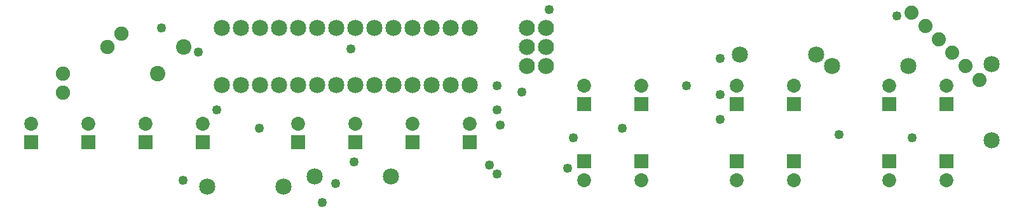
<source format=gts>
G04 MADE WITH FRITZING*
G04 WWW.FRITZING.ORG*
G04 DOUBLE SIDED*
G04 HOLES PLATED*
G04 CONTOUR ON CENTER OF CONTOUR VECTOR*
%ASAXBY*%
%FSLAX23Y23*%
%MOIN*%
%OFA0B0*%
%SFA1.0B1.0*%
%ADD10C,0.049370*%
%ADD11C,0.074000*%
%ADD12C,0.075000*%
%ADD13C,0.084000*%
%ADD14C,0.080925*%
%ADD15C,0.080866*%
%ADD16C,0.085000*%
%ADD17C,0.072992*%
%ADD18R,0.072992X0.072992*%
%ADD19C,0.030000*%
%LNMASK1*%
G90*
G70*
G54D10*
X2856Y1065D03*
X2712Y633D03*
X1816Y857D03*
X1016Y841D03*
X3240Y441D03*
X824Y969D03*
X1832Y265D03*
X1336Y441D03*
X1112Y537D03*
X2584Y665D03*
X2584Y537D03*
X4680Y1033D03*
X2600Y457D03*
X2584Y201D03*
X1736Y151D03*
X3752Y489D03*
X3752Y617D03*
X4376Y409D03*
X2952Y233D03*
X2984Y393D03*
X3576Y665D03*
X3752Y809D03*
X4760Y393D03*
X1665Y53D03*
X936Y169D03*
X2542Y250D03*
G54D11*
X5112Y696D03*
X5041Y767D03*
X4970Y837D03*
X4899Y908D03*
X4829Y979D03*
X4758Y1049D03*
G54D12*
X306Y629D03*
X306Y729D03*
X306Y629D03*
X306Y729D03*
X612Y937D03*
X541Y867D03*
X612Y937D03*
X541Y867D03*
G54D13*
X2841Y967D03*
X2741Y967D03*
X2841Y867D03*
X2741Y867D03*
X2841Y767D03*
X2741Y767D03*
X2841Y967D03*
X2741Y967D03*
X2841Y867D03*
X2741Y867D03*
X2841Y767D03*
X2741Y767D03*
X2841Y967D03*
X2741Y967D03*
X2841Y867D03*
X2741Y867D03*
X2841Y767D03*
X2741Y767D03*
G54D14*
X941Y867D03*
G54D15*
X804Y730D03*
G54D16*
X3855Y827D03*
X4255Y827D03*
X1062Y134D03*
X1462Y134D03*
X5178Y777D03*
X5178Y377D03*
X4741Y767D03*
X4341Y767D03*
G54D17*
X141Y367D03*
X141Y465D03*
X1541Y367D03*
X1541Y465D03*
X4641Y567D03*
X4641Y665D03*
X3041Y567D03*
X3041Y665D03*
X3841Y567D03*
X3841Y665D03*
X441Y367D03*
X441Y465D03*
X4941Y567D03*
X4941Y665D03*
X4141Y567D03*
X4141Y665D03*
X1841Y367D03*
X1841Y465D03*
X3341Y567D03*
X3341Y665D03*
X741Y367D03*
X741Y465D03*
X2141Y367D03*
X2141Y465D03*
X4641Y267D03*
X4641Y168D03*
X3841Y267D03*
X3841Y168D03*
X3041Y267D03*
X3041Y168D03*
X1041Y367D03*
X1041Y465D03*
X4941Y267D03*
X4941Y168D03*
X4141Y267D03*
X4141Y168D03*
X2441Y367D03*
X2441Y465D03*
X3341Y267D03*
X3341Y168D03*
G54D16*
X1141Y667D03*
X1141Y967D03*
X1241Y667D03*
X1241Y967D03*
X1341Y667D03*
X1341Y967D03*
X1441Y667D03*
X1441Y967D03*
X1541Y667D03*
X1541Y967D03*
X1641Y667D03*
X1641Y967D03*
X1741Y667D03*
X1741Y967D03*
X1841Y667D03*
X1841Y967D03*
X1941Y667D03*
X1941Y967D03*
X2041Y667D03*
X2041Y967D03*
X2141Y667D03*
X2141Y967D03*
X2241Y667D03*
X2241Y967D03*
X2341Y667D03*
X2341Y967D03*
X2441Y667D03*
X2441Y967D03*
X2026Y187D03*
X1626Y187D03*
G54D18*
X141Y367D03*
X1541Y367D03*
X4641Y567D03*
X3041Y567D03*
X3841Y567D03*
X441Y367D03*
X4941Y567D03*
X4141Y567D03*
X1841Y367D03*
X3341Y567D03*
X741Y367D03*
X2141Y367D03*
X4641Y267D03*
X3841Y267D03*
X3041Y267D03*
X1041Y367D03*
X4941Y267D03*
X4141Y267D03*
X2441Y367D03*
X3341Y267D03*
G54D19*
G36*
X1113Y694D02*
X1168Y694D01*
X1168Y639D01*
X1113Y639D01*
X1113Y694D01*
G37*
D02*
G04 End of Mask1*
M02*
</source>
